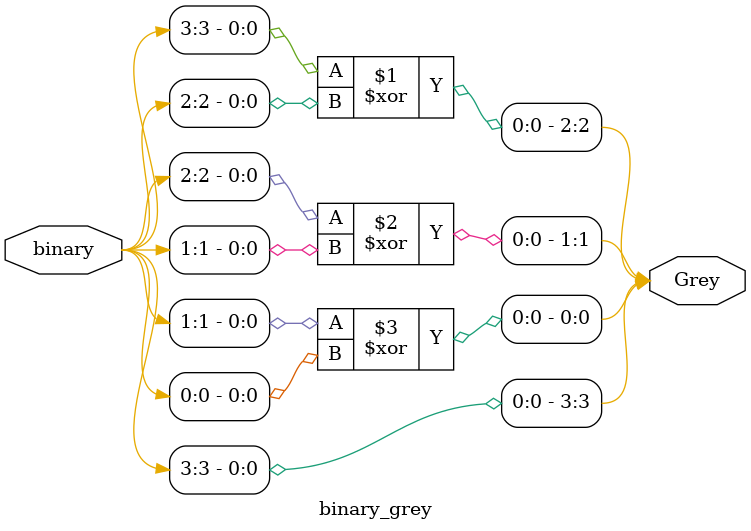
<source format=v>
module binary_grey(input [3:0] binary, //binary input
         output [3:0] Grey //gray code output
        );

//xor gates.
assign Grey[3] = binary[3];
assign Grey[2] = binary[3] ^ binary[2];
assign Grey[1] = binary[2] ^ binary[1];
assign Grey[0] = binary[1] ^ binary[0];

endmodule

</source>
